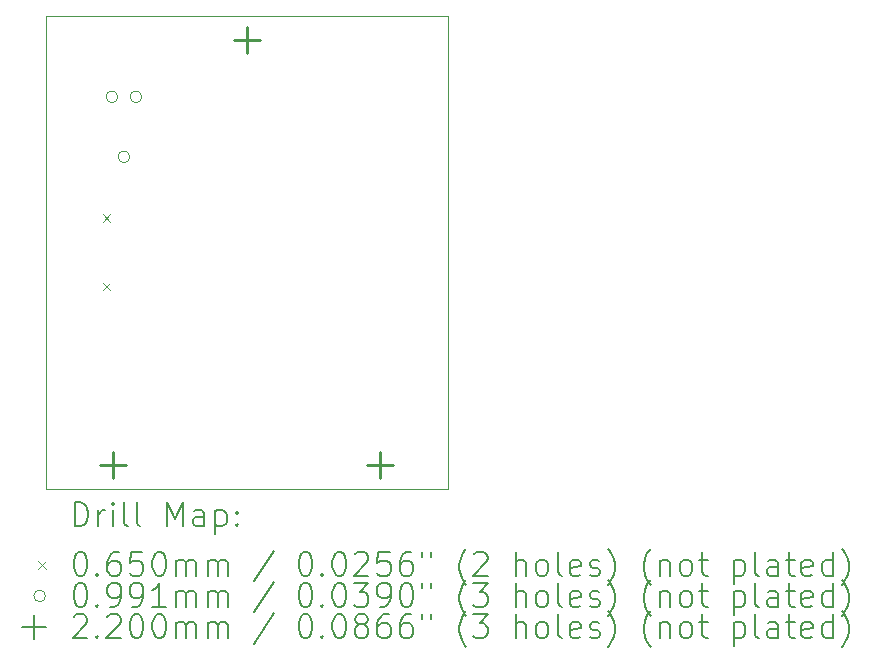
<source format=gbr>
%TF.GenerationSoftware,KiCad,Pcbnew,7.0.2-0*%
%TF.CreationDate,2023-07-17T22:16:40-04:00*%
%TF.ProjectId,ESPWatchS3,45535057-6174-4636-9853-332e6b696361,rev?*%
%TF.SameCoordinates,Original*%
%TF.FileFunction,Drillmap*%
%TF.FilePolarity,Positive*%
%FSLAX45Y45*%
G04 Gerber Fmt 4.5, Leading zero omitted, Abs format (unit mm)*
G04 Created by KiCad (PCBNEW 7.0.2-0) date 2023-07-17 22:16:40*
%MOMM*%
%LPD*%
G01*
G04 APERTURE LIST*
%ADD10C,0.100000*%
%ADD11C,0.200000*%
%ADD12C,0.065000*%
%ADD13C,0.099060*%
%ADD14C,0.220000*%
G04 APERTURE END LIST*
D10*
X2700000Y-1750000D02*
X6100000Y-1750000D01*
X6100000Y-5750000D01*
X2700000Y-5750000D01*
X2700000Y-1750000D01*
D11*
D12*
X3178000Y-3428500D02*
X3243000Y-3493500D01*
X3243000Y-3428500D02*
X3178000Y-3493500D01*
X3178000Y-4006500D02*
X3243000Y-4071500D01*
X3243000Y-4006500D02*
X3178000Y-4071500D01*
D13*
X3306430Y-2433000D02*
G75*
G03*
X3306430Y-2433000I-49530J0D01*
G01*
X3408030Y-2941000D02*
G75*
G03*
X3408030Y-2941000I-49530J0D01*
G01*
X3509630Y-2433000D02*
G75*
G03*
X3509630Y-2433000I-49530J0D01*
G01*
D14*
X3270000Y-5440000D02*
X3270000Y-5660000D01*
X3160000Y-5550000D02*
X3380000Y-5550000D01*
X4400000Y-1840000D02*
X4400000Y-2060000D01*
X4290000Y-1950000D02*
X4510000Y-1950000D01*
X5530000Y-5440000D02*
X5530000Y-5660000D01*
X5420000Y-5550000D02*
X5640000Y-5550000D01*
D11*
X2942619Y-6067524D02*
X2942619Y-5867524D01*
X2942619Y-5867524D02*
X2990238Y-5867524D01*
X2990238Y-5867524D02*
X3018809Y-5877048D01*
X3018809Y-5877048D02*
X3037857Y-5896095D01*
X3037857Y-5896095D02*
X3047381Y-5915143D01*
X3047381Y-5915143D02*
X3056905Y-5953238D01*
X3056905Y-5953238D02*
X3056905Y-5981809D01*
X3056905Y-5981809D02*
X3047381Y-6019905D01*
X3047381Y-6019905D02*
X3037857Y-6038952D01*
X3037857Y-6038952D02*
X3018809Y-6058000D01*
X3018809Y-6058000D02*
X2990238Y-6067524D01*
X2990238Y-6067524D02*
X2942619Y-6067524D01*
X3142619Y-6067524D02*
X3142619Y-5934190D01*
X3142619Y-5972286D02*
X3152143Y-5953238D01*
X3152143Y-5953238D02*
X3161667Y-5943714D01*
X3161667Y-5943714D02*
X3180714Y-5934190D01*
X3180714Y-5934190D02*
X3199762Y-5934190D01*
X3266428Y-6067524D02*
X3266428Y-5934190D01*
X3266428Y-5867524D02*
X3256905Y-5877048D01*
X3256905Y-5877048D02*
X3266428Y-5886571D01*
X3266428Y-5886571D02*
X3275952Y-5877048D01*
X3275952Y-5877048D02*
X3266428Y-5867524D01*
X3266428Y-5867524D02*
X3266428Y-5886571D01*
X3390238Y-6067524D02*
X3371190Y-6058000D01*
X3371190Y-6058000D02*
X3361667Y-6038952D01*
X3361667Y-6038952D02*
X3361667Y-5867524D01*
X3495000Y-6067524D02*
X3475952Y-6058000D01*
X3475952Y-6058000D02*
X3466428Y-6038952D01*
X3466428Y-6038952D02*
X3466428Y-5867524D01*
X3723571Y-6067524D02*
X3723571Y-5867524D01*
X3723571Y-5867524D02*
X3790238Y-6010381D01*
X3790238Y-6010381D02*
X3856905Y-5867524D01*
X3856905Y-5867524D02*
X3856905Y-6067524D01*
X4037857Y-6067524D02*
X4037857Y-5962762D01*
X4037857Y-5962762D02*
X4028333Y-5943714D01*
X4028333Y-5943714D02*
X4009286Y-5934190D01*
X4009286Y-5934190D02*
X3971190Y-5934190D01*
X3971190Y-5934190D02*
X3952143Y-5943714D01*
X4037857Y-6058000D02*
X4018809Y-6067524D01*
X4018809Y-6067524D02*
X3971190Y-6067524D01*
X3971190Y-6067524D02*
X3952143Y-6058000D01*
X3952143Y-6058000D02*
X3942619Y-6038952D01*
X3942619Y-6038952D02*
X3942619Y-6019905D01*
X3942619Y-6019905D02*
X3952143Y-6000857D01*
X3952143Y-6000857D02*
X3971190Y-5991333D01*
X3971190Y-5991333D02*
X4018809Y-5991333D01*
X4018809Y-5991333D02*
X4037857Y-5981809D01*
X4133095Y-5934190D02*
X4133095Y-6134190D01*
X4133095Y-5943714D02*
X4152143Y-5934190D01*
X4152143Y-5934190D02*
X4190238Y-5934190D01*
X4190238Y-5934190D02*
X4209286Y-5943714D01*
X4209286Y-5943714D02*
X4218810Y-5953238D01*
X4218810Y-5953238D02*
X4228333Y-5972286D01*
X4228333Y-5972286D02*
X4228333Y-6029428D01*
X4228333Y-6029428D02*
X4218810Y-6048476D01*
X4218810Y-6048476D02*
X4209286Y-6058000D01*
X4209286Y-6058000D02*
X4190238Y-6067524D01*
X4190238Y-6067524D02*
X4152143Y-6067524D01*
X4152143Y-6067524D02*
X4133095Y-6058000D01*
X4314048Y-6048476D02*
X4323571Y-6058000D01*
X4323571Y-6058000D02*
X4314048Y-6067524D01*
X4314048Y-6067524D02*
X4304524Y-6058000D01*
X4304524Y-6058000D02*
X4314048Y-6048476D01*
X4314048Y-6048476D02*
X4314048Y-6067524D01*
X4314048Y-5943714D02*
X4323571Y-5953238D01*
X4323571Y-5953238D02*
X4314048Y-5962762D01*
X4314048Y-5962762D02*
X4304524Y-5953238D01*
X4304524Y-5953238D02*
X4314048Y-5943714D01*
X4314048Y-5943714D02*
X4314048Y-5962762D01*
D12*
X2630000Y-6362500D02*
X2695000Y-6427500D01*
X2695000Y-6362500D02*
X2630000Y-6427500D01*
D11*
X2980714Y-6287524D02*
X2999762Y-6287524D01*
X2999762Y-6287524D02*
X3018809Y-6297048D01*
X3018809Y-6297048D02*
X3028333Y-6306571D01*
X3028333Y-6306571D02*
X3037857Y-6325619D01*
X3037857Y-6325619D02*
X3047381Y-6363714D01*
X3047381Y-6363714D02*
X3047381Y-6411333D01*
X3047381Y-6411333D02*
X3037857Y-6449428D01*
X3037857Y-6449428D02*
X3028333Y-6468476D01*
X3028333Y-6468476D02*
X3018809Y-6478000D01*
X3018809Y-6478000D02*
X2999762Y-6487524D01*
X2999762Y-6487524D02*
X2980714Y-6487524D01*
X2980714Y-6487524D02*
X2961667Y-6478000D01*
X2961667Y-6478000D02*
X2952143Y-6468476D01*
X2952143Y-6468476D02*
X2942619Y-6449428D01*
X2942619Y-6449428D02*
X2933095Y-6411333D01*
X2933095Y-6411333D02*
X2933095Y-6363714D01*
X2933095Y-6363714D02*
X2942619Y-6325619D01*
X2942619Y-6325619D02*
X2952143Y-6306571D01*
X2952143Y-6306571D02*
X2961667Y-6297048D01*
X2961667Y-6297048D02*
X2980714Y-6287524D01*
X3133095Y-6468476D02*
X3142619Y-6478000D01*
X3142619Y-6478000D02*
X3133095Y-6487524D01*
X3133095Y-6487524D02*
X3123571Y-6478000D01*
X3123571Y-6478000D02*
X3133095Y-6468476D01*
X3133095Y-6468476D02*
X3133095Y-6487524D01*
X3314048Y-6287524D02*
X3275952Y-6287524D01*
X3275952Y-6287524D02*
X3256905Y-6297048D01*
X3256905Y-6297048D02*
X3247381Y-6306571D01*
X3247381Y-6306571D02*
X3228333Y-6335143D01*
X3228333Y-6335143D02*
X3218809Y-6373238D01*
X3218809Y-6373238D02*
X3218809Y-6449428D01*
X3218809Y-6449428D02*
X3228333Y-6468476D01*
X3228333Y-6468476D02*
X3237857Y-6478000D01*
X3237857Y-6478000D02*
X3256905Y-6487524D01*
X3256905Y-6487524D02*
X3295000Y-6487524D01*
X3295000Y-6487524D02*
X3314048Y-6478000D01*
X3314048Y-6478000D02*
X3323571Y-6468476D01*
X3323571Y-6468476D02*
X3333095Y-6449428D01*
X3333095Y-6449428D02*
X3333095Y-6401809D01*
X3333095Y-6401809D02*
X3323571Y-6382762D01*
X3323571Y-6382762D02*
X3314048Y-6373238D01*
X3314048Y-6373238D02*
X3295000Y-6363714D01*
X3295000Y-6363714D02*
X3256905Y-6363714D01*
X3256905Y-6363714D02*
X3237857Y-6373238D01*
X3237857Y-6373238D02*
X3228333Y-6382762D01*
X3228333Y-6382762D02*
X3218809Y-6401809D01*
X3514048Y-6287524D02*
X3418809Y-6287524D01*
X3418809Y-6287524D02*
X3409286Y-6382762D01*
X3409286Y-6382762D02*
X3418809Y-6373238D01*
X3418809Y-6373238D02*
X3437857Y-6363714D01*
X3437857Y-6363714D02*
X3485476Y-6363714D01*
X3485476Y-6363714D02*
X3504524Y-6373238D01*
X3504524Y-6373238D02*
X3514048Y-6382762D01*
X3514048Y-6382762D02*
X3523571Y-6401809D01*
X3523571Y-6401809D02*
X3523571Y-6449428D01*
X3523571Y-6449428D02*
X3514048Y-6468476D01*
X3514048Y-6468476D02*
X3504524Y-6478000D01*
X3504524Y-6478000D02*
X3485476Y-6487524D01*
X3485476Y-6487524D02*
X3437857Y-6487524D01*
X3437857Y-6487524D02*
X3418809Y-6478000D01*
X3418809Y-6478000D02*
X3409286Y-6468476D01*
X3647381Y-6287524D02*
X3666429Y-6287524D01*
X3666429Y-6287524D02*
X3685476Y-6297048D01*
X3685476Y-6297048D02*
X3695000Y-6306571D01*
X3695000Y-6306571D02*
X3704524Y-6325619D01*
X3704524Y-6325619D02*
X3714048Y-6363714D01*
X3714048Y-6363714D02*
X3714048Y-6411333D01*
X3714048Y-6411333D02*
X3704524Y-6449428D01*
X3704524Y-6449428D02*
X3695000Y-6468476D01*
X3695000Y-6468476D02*
X3685476Y-6478000D01*
X3685476Y-6478000D02*
X3666429Y-6487524D01*
X3666429Y-6487524D02*
X3647381Y-6487524D01*
X3647381Y-6487524D02*
X3628333Y-6478000D01*
X3628333Y-6478000D02*
X3618809Y-6468476D01*
X3618809Y-6468476D02*
X3609286Y-6449428D01*
X3609286Y-6449428D02*
X3599762Y-6411333D01*
X3599762Y-6411333D02*
X3599762Y-6363714D01*
X3599762Y-6363714D02*
X3609286Y-6325619D01*
X3609286Y-6325619D02*
X3618809Y-6306571D01*
X3618809Y-6306571D02*
X3628333Y-6297048D01*
X3628333Y-6297048D02*
X3647381Y-6287524D01*
X3799762Y-6487524D02*
X3799762Y-6354190D01*
X3799762Y-6373238D02*
X3809286Y-6363714D01*
X3809286Y-6363714D02*
X3828333Y-6354190D01*
X3828333Y-6354190D02*
X3856905Y-6354190D01*
X3856905Y-6354190D02*
X3875952Y-6363714D01*
X3875952Y-6363714D02*
X3885476Y-6382762D01*
X3885476Y-6382762D02*
X3885476Y-6487524D01*
X3885476Y-6382762D02*
X3895000Y-6363714D01*
X3895000Y-6363714D02*
X3914048Y-6354190D01*
X3914048Y-6354190D02*
X3942619Y-6354190D01*
X3942619Y-6354190D02*
X3961667Y-6363714D01*
X3961667Y-6363714D02*
X3971190Y-6382762D01*
X3971190Y-6382762D02*
X3971190Y-6487524D01*
X4066429Y-6487524D02*
X4066429Y-6354190D01*
X4066429Y-6373238D02*
X4075952Y-6363714D01*
X4075952Y-6363714D02*
X4095000Y-6354190D01*
X4095000Y-6354190D02*
X4123571Y-6354190D01*
X4123571Y-6354190D02*
X4142619Y-6363714D01*
X4142619Y-6363714D02*
X4152143Y-6382762D01*
X4152143Y-6382762D02*
X4152143Y-6487524D01*
X4152143Y-6382762D02*
X4161667Y-6363714D01*
X4161667Y-6363714D02*
X4180714Y-6354190D01*
X4180714Y-6354190D02*
X4209286Y-6354190D01*
X4209286Y-6354190D02*
X4228333Y-6363714D01*
X4228333Y-6363714D02*
X4237857Y-6382762D01*
X4237857Y-6382762D02*
X4237857Y-6487524D01*
X4628333Y-6278000D02*
X4456905Y-6535143D01*
X4885476Y-6287524D02*
X4904524Y-6287524D01*
X4904524Y-6287524D02*
X4923572Y-6297048D01*
X4923572Y-6297048D02*
X4933095Y-6306571D01*
X4933095Y-6306571D02*
X4942619Y-6325619D01*
X4942619Y-6325619D02*
X4952143Y-6363714D01*
X4952143Y-6363714D02*
X4952143Y-6411333D01*
X4952143Y-6411333D02*
X4942619Y-6449428D01*
X4942619Y-6449428D02*
X4933095Y-6468476D01*
X4933095Y-6468476D02*
X4923572Y-6478000D01*
X4923572Y-6478000D02*
X4904524Y-6487524D01*
X4904524Y-6487524D02*
X4885476Y-6487524D01*
X4885476Y-6487524D02*
X4866429Y-6478000D01*
X4866429Y-6478000D02*
X4856905Y-6468476D01*
X4856905Y-6468476D02*
X4847381Y-6449428D01*
X4847381Y-6449428D02*
X4837857Y-6411333D01*
X4837857Y-6411333D02*
X4837857Y-6363714D01*
X4837857Y-6363714D02*
X4847381Y-6325619D01*
X4847381Y-6325619D02*
X4856905Y-6306571D01*
X4856905Y-6306571D02*
X4866429Y-6297048D01*
X4866429Y-6297048D02*
X4885476Y-6287524D01*
X5037857Y-6468476D02*
X5047381Y-6478000D01*
X5047381Y-6478000D02*
X5037857Y-6487524D01*
X5037857Y-6487524D02*
X5028334Y-6478000D01*
X5028334Y-6478000D02*
X5037857Y-6468476D01*
X5037857Y-6468476D02*
X5037857Y-6487524D01*
X5171191Y-6287524D02*
X5190238Y-6287524D01*
X5190238Y-6287524D02*
X5209286Y-6297048D01*
X5209286Y-6297048D02*
X5218810Y-6306571D01*
X5218810Y-6306571D02*
X5228334Y-6325619D01*
X5228334Y-6325619D02*
X5237857Y-6363714D01*
X5237857Y-6363714D02*
X5237857Y-6411333D01*
X5237857Y-6411333D02*
X5228334Y-6449428D01*
X5228334Y-6449428D02*
X5218810Y-6468476D01*
X5218810Y-6468476D02*
X5209286Y-6478000D01*
X5209286Y-6478000D02*
X5190238Y-6487524D01*
X5190238Y-6487524D02*
X5171191Y-6487524D01*
X5171191Y-6487524D02*
X5152143Y-6478000D01*
X5152143Y-6478000D02*
X5142619Y-6468476D01*
X5142619Y-6468476D02*
X5133095Y-6449428D01*
X5133095Y-6449428D02*
X5123572Y-6411333D01*
X5123572Y-6411333D02*
X5123572Y-6363714D01*
X5123572Y-6363714D02*
X5133095Y-6325619D01*
X5133095Y-6325619D02*
X5142619Y-6306571D01*
X5142619Y-6306571D02*
X5152143Y-6297048D01*
X5152143Y-6297048D02*
X5171191Y-6287524D01*
X5314048Y-6306571D02*
X5323572Y-6297048D01*
X5323572Y-6297048D02*
X5342619Y-6287524D01*
X5342619Y-6287524D02*
X5390238Y-6287524D01*
X5390238Y-6287524D02*
X5409286Y-6297048D01*
X5409286Y-6297048D02*
X5418810Y-6306571D01*
X5418810Y-6306571D02*
X5428334Y-6325619D01*
X5428334Y-6325619D02*
X5428334Y-6344667D01*
X5428334Y-6344667D02*
X5418810Y-6373238D01*
X5418810Y-6373238D02*
X5304524Y-6487524D01*
X5304524Y-6487524D02*
X5428334Y-6487524D01*
X5609286Y-6287524D02*
X5514048Y-6287524D01*
X5514048Y-6287524D02*
X5504524Y-6382762D01*
X5504524Y-6382762D02*
X5514048Y-6373238D01*
X5514048Y-6373238D02*
X5533095Y-6363714D01*
X5533095Y-6363714D02*
X5580715Y-6363714D01*
X5580715Y-6363714D02*
X5599762Y-6373238D01*
X5599762Y-6373238D02*
X5609286Y-6382762D01*
X5609286Y-6382762D02*
X5618810Y-6401809D01*
X5618810Y-6401809D02*
X5618810Y-6449428D01*
X5618810Y-6449428D02*
X5609286Y-6468476D01*
X5609286Y-6468476D02*
X5599762Y-6478000D01*
X5599762Y-6478000D02*
X5580715Y-6487524D01*
X5580715Y-6487524D02*
X5533095Y-6487524D01*
X5533095Y-6487524D02*
X5514048Y-6478000D01*
X5514048Y-6478000D02*
X5504524Y-6468476D01*
X5790238Y-6287524D02*
X5752143Y-6287524D01*
X5752143Y-6287524D02*
X5733095Y-6297048D01*
X5733095Y-6297048D02*
X5723572Y-6306571D01*
X5723572Y-6306571D02*
X5704524Y-6335143D01*
X5704524Y-6335143D02*
X5695000Y-6373238D01*
X5695000Y-6373238D02*
X5695000Y-6449428D01*
X5695000Y-6449428D02*
X5704524Y-6468476D01*
X5704524Y-6468476D02*
X5714048Y-6478000D01*
X5714048Y-6478000D02*
X5733095Y-6487524D01*
X5733095Y-6487524D02*
X5771191Y-6487524D01*
X5771191Y-6487524D02*
X5790238Y-6478000D01*
X5790238Y-6478000D02*
X5799762Y-6468476D01*
X5799762Y-6468476D02*
X5809286Y-6449428D01*
X5809286Y-6449428D02*
X5809286Y-6401809D01*
X5809286Y-6401809D02*
X5799762Y-6382762D01*
X5799762Y-6382762D02*
X5790238Y-6373238D01*
X5790238Y-6373238D02*
X5771191Y-6363714D01*
X5771191Y-6363714D02*
X5733095Y-6363714D01*
X5733095Y-6363714D02*
X5714048Y-6373238D01*
X5714048Y-6373238D02*
X5704524Y-6382762D01*
X5704524Y-6382762D02*
X5695000Y-6401809D01*
X5885476Y-6287524D02*
X5885476Y-6325619D01*
X5961667Y-6287524D02*
X5961667Y-6325619D01*
X6256905Y-6563714D02*
X6247381Y-6554190D01*
X6247381Y-6554190D02*
X6228334Y-6525619D01*
X6228334Y-6525619D02*
X6218810Y-6506571D01*
X6218810Y-6506571D02*
X6209286Y-6478000D01*
X6209286Y-6478000D02*
X6199762Y-6430381D01*
X6199762Y-6430381D02*
X6199762Y-6392286D01*
X6199762Y-6392286D02*
X6209286Y-6344667D01*
X6209286Y-6344667D02*
X6218810Y-6316095D01*
X6218810Y-6316095D02*
X6228334Y-6297048D01*
X6228334Y-6297048D02*
X6247381Y-6268476D01*
X6247381Y-6268476D02*
X6256905Y-6258952D01*
X6323572Y-6306571D02*
X6333095Y-6297048D01*
X6333095Y-6297048D02*
X6352143Y-6287524D01*
X6352143Y-6287524D02*
X6399762Y-6287524D01*
X6399762Y-6287524D02*
X6418810Y-6297048D01*
X6418810Y-6297048D02*
X6428334Y-6306571D01*
X6428334Y-6306571D02*
X6437857Y-6325619D01*
X6437857Y-6325619D02*
X6437857Y-6344667D01*
X6437857Y-6344667D02*
X6428334Y-6373238D01*
X6428334Y-6373238D02*
X6314048Y-6487524D01*
X6314048Y-6487524D02*
X6437857Y-6487524D01*
X6675953Y-6487524D02*
X6675953Y-6287524D01*
X6761667Y-6487524D02*
X6761667Y-6382762D01*
X6761667Y-6382762D02*
X6752143Y-6363714D01*
X6752143Y-6363714D02*
X6733096Y-6354190D01*
X6733096Y-6354190D02*
X6704524Y-6354190D01*
X6704524Y-6354190D02*
X6685476Y-6363714D01*
X6685476Y-6363714D02*
X6675953Y-6373238D01*
X6885476Y-6487524D02*
X6866429Y-6478000D01*
X6866429Y-6478000D02*
X6856905Y-6468476D01*
X6856905Y-6468476D02*
X6847381Y-6449428D01*
X6847381Y-6449428D02*
X6847381Y-6392286D01*
X6847381Y-6392286D02*
X6856905Y-6373238D01*
X6856905Y-6373238D02*
X6866429Y-6363714D01*
X6866429Y-6363714D02*
X6885476Y-6354190D01*
X6885476Y-6354190D02*
X6914048Y-6354190D01*
X6914048Y-6354190D02*
X6933096Y-6363714D01*
X6933096Y-6363714D02*
X6942619Y-6373238D01*
X6942619Y-6373238D02*
X6952143Y-6392286D01*
X6952143Y-6392286D02*
X6952143Y-6449428D01*
X6952143Y-6449428D02*
X6942619Y-6468476D01*
X6942619Y-6468476D02*
X6933096Y-6478000D01*
X6933096Y-6478000D02*
X6914048Y-6487524D01*
X6914048Y-6487524D02*
X6885476Y-6487524D01*
X7066429Y-6487524D02*
X7047381Y-6478000D01*
X7047381Y-6478000D02*
X7037857Y-6458952D01*
X7037857Y-6458952D02*
X7037857Y-6287524D01*
X7218810Y-6478000D02*
X7199762Y-6487524D01*
X7199762Y-6487524D02*
X7161667Y-6487524D01*
X7161667Y-6487524D02*
X7142619Y-6478000D01*
X7142619Y-6478000D02*
X7133096Y-6458952D01*
X7133096Y-6458952D02*
X7133096Y-6382762D01*
X7133096Y-6382762D02*
X7142619Y-6363714D01*
X7142619Y-6363714D02*
X7161667Y-6354190D01*
X7161667Y-6354190D02*
X7199762Y-6354190D01*
X7199762Y-6354190D02*
X7218810Y-6363714D01*
X7218810Y-6363714D02*
X7228334Y-6382762D01*
X7228334Y-6382762D02*
X7228334Y-6401809D01*
X7228334Y-6401809D02*
X7133096Y-6420857D01*
X7304524Y-6478000D02*
X7323572Y-6487524D01*
X7323572Y-6487524D02*
X7361667Y-6487524D01*
X7361667Y-6487524D02*
X7380715Y-6478000D01*
X7380715Y-6478000D02*
X7390238Y-6458952D01*
X7390238Y-6458952D02*
X7390238Y-6449428D01*
X7390238Y-6449428D02*
X7380715Y-6430381D01*
X7380715Y-6430381D02*
X7361667Y-6420857D01*
X7361667Y-6420857D02*
X7333096Y-6420857D01*
X7333096Y-6420857D02*
X7314048Y-6411333D01*
X7314048Y-6411333D02*
X7304524Y-6392286D01*
X7304524Y-6392286D02*
X7304524Y-6382762D01*
X7304524Y-6382762D02*
X7314048Y-6363714D01*
X7314048Y-6363714D02*
X7333096Y-6354190D01*
X7333096Y-6354190D02*
X7361667Y-6354190D01*
X7361667Y-6354190D02*
X7380715Y-6363714D01*
X7456905Y-6563714D02*
X7466429Y-6554190D01*
X7466429Y-6554190D02*
X7485477Y-6525619D01*
X7485477Y-6525619D02*
X7495000Y-6506571D01*
X7495000Y-6506571D02*
X7504524Y-6478000D01*
X7504524Y-6478000D02*
X7514048Y-6430381D01*
X7514048Y-6430381D02*
X7514048Y-6392286D01*
X7514048Y-6392286D02*
X7504524Y-6344667D01*
X7504524Y-6344667D02*
X7495000Y-6316095D01*
X7495000Y-6316095D02*
X7485477Y-6297048D01*
X7485477Y-6297048D02*
X7466429Y-6268476D01*
X7466429Y-6268476D02*
X7456905Y-6258952D01*
X7818810Y-6563714D02*
X7809286Y-6554190D01*
X7809286Y-6554190D02*
X7790238Y-6525619D01*
X7790238Y-6525619D02*
X7780715Y-6506571D01*
X7780715Y-6506571D02*
X7771191Y-6478000D01*
X7771191Y-6478000D02*
X7761667Y-6430381D01*
X7761667Y-6430381D02*
X7761667Y-6392286D01*
X7761667Y-6392286D02*
X7771191Y-6344667D01*
X7771191Y-6344667D02*
X7780715Y-6316095D01*
X7780715Y-6316095D02*
X7790238Y-6297048D01*
X7790238Y-6297048D02*
X7809286Y-6268476D01*
X7809286Y-6268476D02*
X7818810Y-6258952D01*
X7895000Y-6354190D02*
X7895000Y-6487524D01*
X7895000Y-6373238D02*
X7904524Y-6363714D01*
X7904524Y-6363714D02*
X7923572Y-6354190D01*
X7923572Y-6354190D02*
X7952143Y-6354190D01*
X7952143Y-6354190D02*
X7971191Y-6363714D01*
X7971191Y-6363714D02*
X7980715Y-6382762D01*
X7980715Y-6382762D02*
X7980715Y-6487524D01*
X8104524Y-6487524D02*
X8085477Y-6478000D01*
X8085477Y-6478000D02*
X8075953Y-6468476D01*
X8075953Y-6468476D02*
X8066429Y-6449428D01*
X8066429Y-6449428D02*
X8066429Y-6392286D01*
X8066429Y-6392286D02*
X8075953Y-6373238D01*
X8075953Y-6373238D02*
X8085477Y-6363714D01*
X8085477Y-6363714D02*
X8104524Y-6354190D01*
X8104524Y-6354190D02*
X8133096Y-6354190D01*
X8133096Y-6354190D02*
X8152143Y-6363714D01*
X8152143Y-6363714D02*
X8161667Y-6373238D01*
X8161667Y-6373238D02*
X8171191Y-6392286D01*
X8171191Y-6392286D02*
X8171191Y-6449428D01*
X8171191Y-6449428D02*
X8161667Y-6468476D01*
X8161667Y-6468476D02*
X8152143Y-6478000D01*
X8152143Y-6478000D02*
X8133096Y-6487524D01*
X8133096Y-6487524D02*
X8104524Y-6487524D01*
X8228334Y-6354190D02*
X8304524Y-6354190D01*
X8256905Y-6287524D02*
X8256905Y-6458952D01*
X8256905Y-6458952D02*
X8266429Y-6478000D01*
X8266429Y-6478000D02*
X8285477Y-6487524D01*
X8285477Y-6487524D02*
X8304524Y-6487524D01*
X8523572Y-6354190D02*
X8523572Y-6554190D01*
X8523572Y-6363714D02*
X8542620Y-6354190D01*
X8542620Y-6354190D02*
X8580715Y-6354190D01*
X8580715Y-6354190D02*
X8599762Y-6363714D01*
X8599762Y-6363714D02*
X8609286Y-6373238D01*
X8609286Y-6373238D02*
X8618810Y-6392286D01*
X8618810Y-6392286D02*
X8618810Y-6449428D01*
X8618810Y-6449428D02*
X8609286Y-6468476D01*
X8609286Y-6468476D02*
X8599762Y-6478000D01*
X8599762Y-6478000D02*
X8580715Y-6487524D01*
X8580715Y-6487524D02*
X8542620Y-6487524D01*
X8542620Y-6487524D02*
X8523572Y-6478000D01*
X8733096Y-6487524D02*
X8714048Y-6478000D01*
X8714048Y-6478000D02*
X8704524Y-6458952D01*
X8704524Y-6458952D02*
X8704524Y-6287524D01*
X8895001Y-6487524D02*
X8895001Y-6382762D01*
X8895001Y-6382762D02*
X8885477Y-6363714D01*
X8885477Y-6363714D02*
X8866429Y-6354190D01*
X8866429Y-6354190D02*
X8828334Y-6354190D01*
X8828334Y-6354190D02*
X8809286Y-6363714D01*
X8895001Y-6478000D02*
X8875953Y-6487524D01*
X8875953Y-6487524D02*
X8828334Y-6487524D01*
X8828334Y-6487524D02*
X8809286Y-6478000D01*
X8809286Y-6478000D02*
X8799762Y-6458952D01*
X8799762Y-6458952D02*
X8799762Y-6439905D01*
X8799762Y-6439905D02*
X8809286Y-6420857D01*
X8809286Y-6420857D02*
X8828334Y-6411333D01*
X8828334Y-6411333D02*
X8875953Y-6411333D01*
X8875953Y-6411333D02*
X8895001Y-6401809D01*
X8961667Y-6354190D02*
X9037858Y-6354190D01*
X8990239Y-6287524D02*
X8990239Y-6458952D01*
X8990239Y-6458952D02*
X8999762Y-6478000D01*
X8999762Y-6478000D02*
X9018810Y-6487524D01*
X9018810Y-6487524D02*
X9037858Y-6487524D01*
X9180715Y-6478000D02*
X9161667Y-6487524D01*
X9161667Y-6487524D02*
X9123572Y-6487524D01*
X9123572Y-6487524D02*
X9104524Y-6478000D01*
X9104524Y-6478000D02*
X9095001Y-6458952D01*
X9095001Y-6458952D02*
X9095001Y-6382762D01*
X9095001Y-6382762D02*
X9104524Y-6363714D01*
X9104524Y-6363714D02*
X9123572Y-6354190D01*
X9123572Y-6354190D02*
X9161667Y-6354190D01*
X9161667Y-6354190D02*
X9180715Y-6363714D01*
X9180715Y-6363714D02*
X9190239Y-6382762D01*
X9190239Y-6382762D02*
X9190239Y-6401809D01*
X9190239Y-6401809D02*
X9095001Y-6420857D01*
X9361667Y-6487524D02*
X9361667Y-6287524D01*
X9361667Y-6478000D02*
X9342620Y-6487524D01*
X9342620Y-6487524D02*
X9304524Y-6487524D01*
X9304524Y-6487524D02*
X9285477Y-6478000D01*
X9285477Y-6478000D02*
X9275953Y-6468476D01*
X9275953Y-6468476D02*
X9266429Y-6449428D01*
X9266429Y-6449428D02*
X9266429Y-6392286D01*
X9266429Y-6392286D02*
X9275953Y-6373238D01*
X9275953Y-6373238D02*
X9285477Y-6363714D01*
X9285477Y-6363714D02*
X9304524Y-6354190D01*
X9304524Y-6354190D02*
X9342620Y-6354190D01*
X9342620Y-6354190D02*
X9361667Y-6363714D01*
X9437858Y-6563714D02*
X9447382Y-6554190D01*
X9447382Y-6554190D02*
X9466429Y-6525619D01*
X9466429Y-6525619D02*
X9475953Y-6506571D01*
X9475953Y-6506571D02*
X9485477Y-6478000D01*
X9485477Y-6478000D02*
X9495001Y-6430381D01*
X9495001Y-6430381D02*
X9495001Y-6392286D01*
X9495001Y-6392286D02*
X9485477Y-6344667D01*
X9485477Y-6344667D02*
X9475953Y-6316095D01*
X9475953Y-6316095D02*
X9466429Y-6297048D01*
X9466429Y-6297048D02*
X9447382Y-6268476D01*
X9447382Y-6268476D02*
X9437858Y-6258952D01*
D13*
X2695000Y-6659000D02*
G75*
G03*
X2695000Y-6659000I-49530J0D01*
G01*
D11*
X2980714Y-6551524D02*
X2999762Y-6551524D01*
X2999762Y-6551524D02*
X3018809Y-6561048D01*
X3018809Y-6561048D02*
X3028333Y-6570571D01*
X3028333Y-6570571D02*
X3037857Y-6589619D01*
X3037857Y-6589619D02*
X3047381Y-6627714D01*
X3047381Y-6627714D02*
X3047381Y-6675333D01*
X3047381Y-6675333D02*
X3037857Y-6713428D01*
X3037857Y-6713428D02*
X3028333Y-6732476D01*
X3028333Y-6732476D02*
X3018809Y-6742000D01*
X3018809Y-6742000D02*
X2999762Y-6751524D01*
X2999762Y-6751524D02*
X2980714Y-6751524D01*
X2980714Y-6751524D02*
X2961667Y-6742000D01*
X2961667Y-6742000D02*
X2952143Y-6732476D01*
X2952143Y-6732476D02*
X2942619Y-6713428D01*
X2942619Y-6713428D02*
X2933095Y-6675333D01*
X2933095Y-6675333D02*
X2933095Y-6627714D01*
X2933095Y-6627714D02*
X2942619Y-6589619D01*
X2942619Y-6589619D02*
X2952143Y-6570571D01*
X2952143Y-6570571D02*
X2961667Y-6561048D01*
X2961667Y-6561048D02*
X2980714Y-6551524D01*
X3133095Y-6732476D02*
X3142619Y-6742000D01*
X3142619Y-6742000D02*
X3133095Y-6751524D01*
X3133095Y-6751524D02*
X3123571Y-6742000D01*
X3123571Y-6742000D02*
X3133095Y-6732476D01*
X3133095Y-6732476D02*
X3133095Y-6751524D01*
X3237857Y-6751524D02*
X3275952Y-6751524D01*
X3275952Y-6751524D02*
X3295000Y-6742000D01*
X3295000Y-6742000D02*
X3304524Y-6732476D01*
X3304524Y-6732476D02*
X3323571Y-6703905D01*
X3323571Y-6703905D02*
X3333095Y-6665809D01*
X3333095Y-6665809D02*
X3333095Y-6589619D01*
X3333095Y-6589619D02*
X3323571Y-6570571D01*
X3323571Y-6570571D02*
X3314048Y-6561048D01*
X3314048Y-6561048D02*
X3295000Y-6551524D01*
X3295000Y-6551524D02*
X3256905Y-6551524D01*
X3256905Y-6551524D02*
X3237857Y-6561048D01*
X3237857Y-6561048D02*
X3228333Y-6570571D01*
X3228333Y-6570571D02*
X3218809Y-6589619D01*
X3218809Y-6589619D02*
X3218809Y-6637238D01*
X3218809Y-6637238D02*
X3228333Y-6656286D01*
X3228333Y-6656286D02*
X3237857Y-6665809D01*
X3237857Y-6665809D02*
X3256905Y-6675333D01*
X3256905Y-6675333D02*
X3295000Y-6675333D01*
X3295000Y-6675333D02*
X3314048Y-6665809D01*
X3314048Y-6665809D02*
X3323571Y-6656286D01*
X3323571Y-6656286D02*
X3333095Y-6637238D01*
X3428333Y-6751524D02*
X3466428Y-6751524D01*
X3466428Y-6751524D02*
X3485476Y-6742000D01*
X3485476Y-6742000D02*
X3495000Y-6732476D01*
X3495000Y-6732476D02*
X3514048Y-6703905D01*
X3514048Y-6703905D02*
X3523571Y-6665809D01*
X3523571Y-6665809D02*
X3523571Y-6589619D01*
X3523571Y-6589619D02*
X3514048Y-6570571D01*
X3514048Y-6570571D02*
X3504524Y-6561048D01*
X3504524Y-6561048D02*
X3485476Y-6551524D01*
X3485476Y-6551524D02*
X3447381Y-6551524D01*
X3447381Y-6551524D02*
X3428333Y-6561048D01*
X3428333Y-6561048D02*
X3418809Y-6570571D01*
X3418809Y-6570571D02*
X3409286Y-6589619D01*
X3409286Y-6589619D02*
X3409286Y-6637238D01*
X3409286Y-6637238D02*
X3418809Y-6656286D01*
X3418809Y-6656286D02*
X3428333Y-6665809D01*
X3428333Y-6665809D02*
X3447381Y-6675333D01*
X3447381Y-6675333D02*
X3485476Y-6675333D01*
X3485476Y-6675333D02*
X3504524Y-6665809D01*
X3504524Y-6665809D02*
X3514048Y-6656286D01*
X3514048Y-6656286D02*
X3523571Y-6637238D01*
X3714048Y-6751524D02*
X3599762Y-6751524D01*
X3656905Y-6751524D02*
X3656905Y-6551524D01*
X3656905Y-6551524D02*
X3637857Y-6580095D01*
X3637857Y-6580095D02*
X3618809Y-6599143D01*
X3618809Y-6599143D02*
X3599762Y-6608667D01*
X3799762Y-6751524D02*
X3799762Y-6618190D01*
X3799762Y-6637238D02*
X3809286Y-6627714D01*
X3809286Y-6627714D02*
X3828333Y-6618190D01*
X3828333Y-6618190D02*
X3856905Y-6618190D01*
X3856905Y-6618190D02*
X3875952Y-6627714D01*
X3875952Y-6627714D02*
X3885476Y-6646762D01*
X3885476Y-6646762D02*
X3885476Y-6751524D01*
X3885476Y-6646762D02*
X3895000Y-6627714D01*
X3895000Y-6627714D02*
X3914048Y-6618190D01*
X3914048Y-6618190D02*
X3942619Y-6618190D01*
X3942619Y-6618190D02*
X3961667Y-6627714D01*
X3961667Y-6627714D02*
X3971190Y-6646762D01*
X3971190Y-6646762D02*
X3971190Y-6751524D01*
X4066429Y-6751524D02*
X4066429Y-6618190D01*
X4066429Y-6637238D02*
X4075952Y-6627714D01*
X4075952Y-6627714D02*
X4095000Y-6618190D01*
X4095000Y-6618190D02*
X4123571Y-6618190D01*
X4123571Y-6618190D02*
X4142619Y-6627714D01*
X4142619Y-6627714D02*
X4152143Y-6646762D01*
X4152143Y-6646762D02*
X4152143Y-6751524D01*
X4152143Y-6646762D02*
X4161667Y-6627714D01*
X4161667Y-6627714D02*
X4180714Y-6618190D01*
X4180714Y-6618190D02*
X4209286Y-6618190D01*
X4209286Y-6618190D02*
X4228333Y-6627714D01*
X4228333Y-6627714D02*
X4237857Y-6646762D01*
X4237857Y-6646762D02*
X4237857Y-6751524D01*
X4628333Y-6542000D02*
X4456905Y-6799143D01*
X4885476Y-6551524D02*
X4904524Y-6551524D01*
X4904524Y-6551524D02*
X4923572Y-6561048D01*
X4923572Y-6561048D02*
X4933095Y-6570571D01*
X4933095Y-6570571D02*
X4942619Y-6589619D01*
X4942619Y-6589619D02*
X4952143Y-6627714D01*
X4952143Y-6627714D02*
X4952143Y-6675333D01*
X4952143Y-6675333D02*
X4942619Y-6713428D01*
X4942619Y-6713428D02*
X4933095Y-6732476D01*
X4933095Y-6732476D02*
X4923572Y-6742000D01*
X4923572Y-6742000D02*
X4904524Y-6751524D01*
X4904524Y-6751524D02*
X4885476Y-6751524D01*
X4885476Y-6751524D02*
X4866429Y-6742000D01*
X4866429Y-6742000D02*
X4856905Y-6732476D01*
X4856905Y-6732476D02*
X4847381Y-6713428D01*
X4847381Y-6713428D02*
X4837857Y-6675333D01*
X4837857Y-6675333D02*
X4837857Y-6627714D01*
X4837857Y-6627714D02*
X4847381Y-6589619D01*
X4847381Y-6589619D02*
X4856905Y-6570571D01*
X4856905Y-6570571D02*
X4866429Y-6561048D01*
X4866429Y-6561048D02*
X4885476Y-6551524D01*
X5037857Y-6732476D02*
X5047381Y-6742000D01*
X5047381Y-6742000D02*
X5037857Y-6751524D01*
X5037857Y-6751524D02*
X5028334Y-6742000D01*
X5028334Y-6742000D02*
X5037857Y-6732476D01*
X5037857Y-6732476D02*
X5037857Y-6751524D01*
X5171191Y-6551524D02*
X5190238Y-6551524D01*
X5190238Y-6551524D02*
X5209286Y-6561048D01*
X5209286Y-6561048D02*
X5218810Y-6570571D01*
X5218810Y-6570571D02*
X5228334Y-6589619D01*
X5228334Y-6589619D02*
X5237857Y-6627714D01*
X5237857Y-6627714D02*
X5237857Y-6675333D01*
X5237857Y-6675333D02*
X5228334Y-6713428D01*
X5228334Y-6713428D02*
X5218810Y-6732476D01*
X5218810Y-6732476D02*
X5209286Y-6742000D01*
X5209286Y-6742000D02*
X5190238Y-6751524D01*
X5190238Y-6751524D02*
X5171191Y-6751524D01*
X5171191Y-6751524D02*
X5152143Y-6742000D01*
X5152143Y-6742000D02*
X5142619Y-6732476D01*
X5142619Y-6732476D02*
X5133095Y-6713428D01*
X5133095Y-6713428D02*
X5123572Y-6675333D01*
X5123572Y-6675333D02*
X5123572Y-6627714D01*
X5123572Y-6627714D02*
X5133095Y-6589619D01*
X5133095Y-6589619D02*
X5142619Y-6570571D01*
X5142619Y-6570571D02*
X5152143Y-6561048D01*
X5152143Y-6561048D02*
X5171191Y-6551524D01*
X5304524Y-6551524D02*
X5428334Y-6551524D01*
X5428334Y-6551524D02*
X5361667Y-6627714D01*
X5361667Y-6627714D02*
X5390238Y-6627714D01*
X5390238Y-6627714D02*
X5409286Y-6637238D01*
X5409286Y-6637238D02*
X5418810Y-6646762D01*
X5418810Y-6646762D02*
X5428334Y-6665809D01*
X5428334Y-6665809D02*
X5428334Y-6713428D01*
X5428334Y-6713428D02*
X5418810Y-6732476D01*
X5418810Y-6732476D02*
X5409286Y-6742000D01*
X5409286Y-6742000D02*
X5390238Y-6751524D01*
X5390238Y-6751524D02*
X5333095Y-6751524D01*
X5333095Y-6751524D02*
X5314048Y-6742000D01*
X5314048Y-6742000D02*
X5304524Y-6732476D01*
X5523572Y-6751524D02*
X5561667Y-6751524D01*
X5561667Y-6751524D02*
X5580715Y-6742000D01*
X5580715Y-6742000D02*
X5590238Y-6732476D01*
X5590238Y-6732476D02*
X5609286Y-6703905D01*
X5609286Y-6703905D02*
X5618810Y-6665809D01*
X5618810Y-6665809D02*
X5618810Y-6589619D01*
X5618810Y-6589619D02*
X5609286Y-6570571D01*
X5609286Y-6570571D02*
X5599762Y-6561048D01*
X5599762Y-6561048D02*
X5580715Y-6551524D01*
X5580715Y-6551524D02*
X5542619Y-6551524D01*
X5542619Y-6551524D02*
X5523572Y-6561048D01*
X5523572Y-6561048D02*
X5514048Y-6570571D01*
X5514048Y-6570571D02*
X5504524Y-6589619D01*
X5504524Y-6589619D02*
X5504524Y-6637238D01*
X5504524Y-6637238D02*
X5514048Y-6656286D01*
X5514048Y-6656286D02*
X5523572Y-6665809D01*
X5523572Y-6665809D02*
X5542619Y-6675333D01*
X5542619Y-6675333D02*
X5580715Y-6675333D01*
X5580715Y-6675333D02*
X5599762Y-6665809D01*
X5599762Y-6665809D02*
X5609286Y-6656286D01*
X5609286Y-6656286D02*
X5618810Y-6637238D01*
X5742619Y-6551524D02*
X5761667Y-6551524D01*
X5761667Y-6551524D02*
X5780714Y-6561048D01*
X5780714Y-6561048D02*
X5790238Y-6570571D01*
X5790238Y-6570571D02*
X5799762Y-6589619D01*
X5799762Y-6589619D02*
X5809286Y-6627714D01*
X5809286Y-6627714D02*
X5809286Y-6675333D01*
X5809286Y-6675333D02*
X5799762Y-6713428D01*
X5799762Y-6713428D02*
X5790238Y-6732476D01*
X5790238Y-6732476D02*
X5780714Y-6742000D01*
X5780714Y-6742000D02*
X5761667Y-6751524D01*
X5761667Y-6751524D02*
X5742619Y-6751524D01*
X5742619Y-6751524D02*
X5723572Y-6742000D01*
X5723572Y-6742000D02*
X5714048Y-6732476D01*
X5714048Y-6732476D02*
X5704524Y-6713428D01*
X5704524Y-6713428D02*
X5695000Y-6675333D01*
X5695000Y-6675333D02*
X5695000Y-6627714D01*
X5695000Y-6627714D02*
X5704524Y-6589619D01*
X5704524Y-6589619D02*
X5714048Y-6570571D01*
X5714048Y-6570571D02*
X5723572Y-6561048D01*
X5723572Y-6561048D02*
X5742619Y-6551524D01*
X5885476Y-6551524D02*
X5885476Y-6589619D01*
X5961667Y-6551524D02*
X5961667Y-6589619D01*
X6256905Y-6827714D02*
X6247381Y-6818190D01*
X6247381Y-6818190D02*
X6228334Y-6789619D01*
X6228334Y-6789619D02*
X6218810Y-6770571D01*
X6218810Y-6770571D02*
X6209286Y-6742000D01*
X6209286Y-6742000D02*
X6199762Y-6694381D01*
X6199762Y-6694381D02*
X6199762Y-6656286D01*
X6199762Y-6656286D02*
X6209286Y-6608667D01*
X6209286Y-6608667D02*
X6218810Y-6580095D01*
X6218810Y-6580095D02*
X6228334Y-6561048D01*
X6228334Y-6561048D02*
X6247381Y-6532476D01*
X6247381Y-6532476D02*
X6256905Y-6522952D01*
X6314048Y-6551524D02*
X6437857Y-6551524D01*
X6437857Y-6551524D02*
X6371191Y-6627714D01*
X6371191Y-6627714D02*
X6399762Y-6627714D01*
X6399762Y-6627714D02*
X6418810Y-6637238D01*
X6418810Y-6637238D02*
X6428334Y-6646762D01*
X6428334Y-6646762D02*
X6437857Y-6665809D01*
X6437857Y-6665809D02*
X6437857Y-6713428D01*
X6437857Y-6713428D02*
X6428334Y-6732476D01*
X6428334Y-6732476D02*
X6418810Y-6742000D01*
X6418810Y-6742000D02*
X6399762Y-6751524D01*
X6399762Y-6751524D02*
X6342619Y-6751524D01*
X6342619Y-6751524D02*
X6323572Y-6742000D01*
X6323572Y-6742000D02*
X6314048Y-6732476D01*
X6675953Y-6751524D02*
X6675953Y-6551524D01*
X6761667Y-6751524D02*
X6761667Y-6646762D01*
X6761667Y-6646762D02*
X6752143Y-6627714D01*
X6752143Y-6627714D02*
X6733096Y-6618190D01*
X6733096Y-6618190D02*
X6704524Y-6618190D01*
X6704524Y-6618190D02*
X6685476Y-6627714D01*
X6685476Y-6627714D02*
X6675953Y-6637238D01*
X6885476Y-6751524D02*
X6866429Y-6742000D01*
X6866429Y-6742000D02*
X6856905Y-6732476D01*
X6856905Y-6732476D02*
X6847381Y-6713428D01*
X6847381Y-6713428D02*
X6847381Y-6656286D01*
X6847381Y-6656286D02*
X6856905Y-6637238D01*
X6856905Y-6637238D02*
X6866429Y-6627714D01*
X6866429Y-6627714D02*
X6885476Y-6618190D01*
X6885476Y-6618190D02*
X6914048Y-6618190D01*
X6914048Y-6618190D02*
X6933096Y-6627714D01*
X6933096Y-6627714D02*
X6942619Y-6637238D01*
X6942619Y-6637238D02*
X6952143Y-6656286D01*
X6952143Y-6656286D02*
X6952143Y-6713428D01*
X6952143Y-6713428D02*
X6942619Y-6732476D01*
X6942619Y-6732476D02*
X6933096Y-6742000D01*
X6933096Y-6742000D02*
X6914048Y-6751524D01*
X6914048Y-6751524D02*
X6885476Y-6751524D01*
X7066429Y-6751524D02*
X7047381Y-6742000D01*
X7047381Y-6742000D02*
X7037857Y-6722952D01*
X7037857Y-6722952D02*
X7037857Y-6551524D01*
X7218810Y-6742000D02*
X7199762Y-6751524D01*
X7199762Y-6751524D02*
X7161667Y-6751524D01*
X7161667Y-6751524D02*
X7142619Y-6742000D01*
X7142619Y-6742000D02*
X7133096Y-6722952D01*
X7133096Y-6722952D02*
X7133096Y-6646762D01*
X7133096Y-6646762D02*
X7142619Y-6627714D01*
X7142619Y-6627714D02*
X7161667Y-6618190D01*
X7161667Y-6618190D02*
X7199762Y-6618190D01*
X7199762Y-6618190D02*
X7218810Y-6627714D01*
X7218810Y-6627714D02*
X7228334Y-6646762D01*
X7228334Y-6646762D02*
X7228334Y-6665809D01*
X7228334Y-6665809D02*
X7133096Y-6684857D01*
X7304524Y-6742000D02*
X7323572Y-6751524D01*
X7323572Y-6751524D02*
X7361667Y-6751524D01*
X7361667Y-6751524D02*
X7380715Y-6742000D01*
X7380715Y-6742000D02*
X7390238Y-6722952D01*
X7390238Y-6722952D02*
X7390238Y-6713428D01*
X7390238Y-6713428D02*
X7380715Y-6694381D01*
X7380715Y-6694381D02*
X7361667Y-6684857D01*
X7361667Y-6684857D02*
X7333096Y-6684857D01*
X7333096Y-6684857D02*
X7314048Y-6675333D01*
X7314048Y-6675333D02*
X7304524Y-6656286D01*
X7304524Y-6656286D02*
X7304524Y-6646762D01*
X7304524Y-6646762D02*
X7314048Y-6627714D01*
X7314048Y-6627714D02*
X7333096Y-6618190D01*
X7333096Y-6618190D02*
X7361667Y-6618190D01*
X7361667Y-6618190D02*
X7380715Y-6627714D01*
X7456905Y-6827714D02*
X7466429Y-6818190D01*
X7466429Y-6818190D02*
X7485477Y-6789619D01*
X7485477Y-6789619D02*
X7495000Y-6770571D01*
X7495000Y-6770571D02*
X7504524Y-6742000D01*
X7504524Y-6742000D02*
X7514048Y-6694381D01*
X7514048Y-6694381D02*
X7514048Y-6656286D01*
X7514048Y-6656286D02*
X7504524Y-6608667D01*
X7504524Y-6608667D02*
X7495000Y-6580095D01*
X7495000Y-6580095D02*
X7485477Y-6561048D01*
X7485477Y-6561048D02*
X7466429Y-6532476D01*
X7466429Y-6532476D02*
X7456905Y-6522952D01*
X7818810Y-6827714D02*
X7809286Y-6818190D01*
X7809286Y-6818190D02*
X7790238Y-6789619D01*
X7790238Y-6789619D02*
X7780715Y-6770571D01*
X7780715Y-6770571D02*
X7771191Y-6742000D01*
X7771191Y-6742000D02*
X7761667Y-6694381D01*
X7761667Y-6694381D02*
X7761667Y-6656286D01*
X7761667Y-6656286D02*
X7771191Y-6608667D01*
X7771191Y-6608667D02*
X7780715Y-6580095D01*
X7780715Y-6580095D02*
X7790238Y-6561048D01*
X7790238Y-6561048D02*
X7809286Y-6532476D01*
X7809286Y-6532476D02*
X7818810Y-6522952D01*
X7895000Y-6618190D02*
X7895000Y-6751524D01*
X7895000Y-6637238D02*
X7904524Y-6627714D01*
X7904524Y-6627714D02*
X7923572Y-6618190D01*
X7923572Y-6618190D02*
X7952143Y-6618190D01*
X7952143Y-6618190D02*
X7971191Y-6627714D01*
X7971191Y-6627714D02*
X7980715Y-6646762D01*
X7980715Y-6646762D02*
X7980715Y-6751524D01*
X8104524Y-6751524D02*
X8085477Y-6742000D01*
X8085477Y-6742000D02*
X8075953Y-6732476D01*
X8075953Y-6732476D02*
X8066429Y-6713428D01*
X8066429Y-6713428D02*
X8066429Y-6656286D01*
X8066429Y-6656286D02*
X8075953Y-6637238D01*
X8075953Y-6637238D02*
X8085477Y-6627714D01*
X8085477Y-6627714D02*
X8104524Y-6618190D01*
X8104524Y-6618190D02*
X8133096Y-6618190D01*
X8133096Y-6618190D02*
X8152143Y-6627714D01*
X8152143Y-6627714D02*
X8161667Y-6637238D01*
X8161667Y-6637238D02*
X8171191Y-6656286D01*
X8171191Y-6656286D02*
X8171191Y-6713428D01*
X8171191Y-6713428D02*
X8161667Y-6732476D01*
X8161667Y-6732476D02*
X8152143Y-6742000D01*
X8152143Y-6742000D02*
X8133096Y-6751524D01*
X8133096Y-6751524D02*
X8104524Y-6751524D01*
X8228334Y-6618190D02*
X8304524Y-6618190D01*
X8256905Y-6551524D02*
X8256905Y-6722952D01*
X8256905Y-6722952D02*
X8266429Y-6742000D01*
X8266429Y-6742000D02*
X8285477Y-6751524D01*
X8285477Y-6751524D02*
X8304524Y-6751524D01*
X8523572Y-6618190D02*
X8523572Y-6818190D01*
X8523572Y-6627714D02*
X8542620Y-6618190D01*
X8542620Y-6618190D02*
X8580715Y-6618190D01*
X8580715Y-6618190D02*
X8599762Y-6627714D01*
X8599762Y-6627714D02*
X8609286Y-6637238D01*
X8609286Y-6637238D02*
X8618810Y-6656286D01*
X8618810Y-6656286D02*
X8618810Y-6713428D01*
X8618810Y-6713428D02*
X8609286Y-6732476D01*
X8609286Y-6732476D02*
X8599762Y-6742000D01*
X8599762Y-6742000D02*
X8580715Y-6751524D01*
X8580715Y-6751524D02*
X8542620Y-6751524D01*
X8542620Y-6751524D02*
X8523572Y-6742000D01*
X8733096Y-6751524D02*
X8714048Y-6742000D01*
X8714048Y-6742000D02*
X8704524Y-6722952D01*
X8704524Y-6722952D02*
X8704524Y-6551524D01*
X8895001Y-6751524D02*
X8895001Y-6646762D01*
X8895001Y-6646762D02*
X8885477Y-6627714D01*
X8885477Y-6627714D02*
X8866429Y-6618190D01*
X8866429Y-6618190D02*
X8828334Y-6618190D01*
X8828334Y-6618190D02*
X8809286Y-6627714D01*
X8895001Y-6742000D02*
X8875953Y-6751524D01*
X8875953Y-6751524D02*
X8828334Y-6751524D01*
X8828334Y-6751524D02*
X8809286Y-6742000D01*
X8809286Y-6742000D02*
X8799762Y-6722952D01*
X8799762Y-6722952D02*
X8799762Y-6703905D01*
X8799762Y-6703905D02*
X8809286Y-6684857D01*
X8809286Y-6684857D02*
X8828334Y-6675333D01*
X8828334Y-6675333D02*
X8875953Y-6675333D01*
X8875953Y-6675333D02*
X8895001Y-6665809D01*
X8961667Y-6618190D02*
X9037858Y-6618190D01*
X8990239Y-6551524D02*
X8990239Y-6722952D01*
X8990239Y-6722952D02*
X8999762Y-6742000D01*
X8999762Y-6742000D02*
X9018810Y-6751524D01*
X9018810Y-6751524D02*
X9037858Y-6751524D01*
X9180715Y-6742000D02*
X9161667Y-6751524D01*
X9161667Y-6751524D02*
X9123572Y-6751524D01*
X9123572Y-6751524D02*
X9104524Y-6742000D01*
X9104524Y-6742000D02*
X9095001Y-6722952D01*
X9095001Y-6722952D02*
X9095001Y-6646762D01*
X9095001Y-6646762D02*
X9104524Y-6627714D01*
X9104524Y-6627714D02*
X9123572Y-6618190D01*
X9123572Y-6618190D02*
X9161667Y-6618190D01*
X9161667Y-6618190D02*
X9180715Y-6627714D01*
X9180715Y-6627714D02*
X9190239Y-6646762D01*
X9190239Y-6646762D02*
X9190239Y-6665809D01*
X9190239Y-6665809D02*
X9095001Y-6684857D01*
X9361667Y-6751524D02*
X9361667Y-6551524D01*
X9361667Y-6742000D02*
X9342620Y-6751524D01*
X9342620Y-6751524D02*
X9304524Y-6751524D01*
X9304524Y-6751524D02*
X9285477Y-6742000D01*
X9285477Y-6742000D02*
X9275953Y-6732476D01*
X9275953Y-6732476D02*
X9266429Y-6713428D01*
X9266429Y-6713428D02*
X9266429Y-6656286D01*
X9266429Y-6656286D02*
X9275953Y-6637238D01*
X9275953Y-6637238D02*
X9285477Y-6627714D01*
X9285477Y-6627714D02*
X9304524Y-6618190D01*
X9304524Y-6618190D02*
X9342620Y-6618190D01*
X9342620Y-6618190D02*
X9361667Y-6627714D01*
X9437858Y-6827714D02*
X9447382Y-6818190D01*
X9447382Y-6818190D02*
X9466429Y-6789619D01*
X9466429Y-6789619D02*
X9475953Y-6770571D01*
X9475953Y-6770571D02*
X9485477Y-6742000D01*
X9485477Y-6742000D02*
X9495001Y-6694381D01*
X9495001Y-6694381D02*
X9495001Y-6656286D01*
X9495001Y-6656286D02*
X9485477Y-6608667D01*
X9485477Y-6608667D02*
X9475953Y-6580095D01*
X9475953Y-6580095D02*
X9466429Y-6561048D01*
X9466429Y-6561048D02*
X9447382Y-6532476D01*
X9447382Y-6532476D02*
X9437858Y-6522952D01*
X2595000Y-6823000D02*
X2595000Y-7023000D01*
X2495000Y-6923000D02*
X2695000Y-6923000D01*
X2933095Y-6834571D02*
X2942619Y-6825048D01*
X2942619Y-6825048D02*
X2961667Y-6815524D01*
X2961667Y-6815524D02*
X3009286Y-6815524D01*
X3009286Y-6815524D02*
X3028333Y-6825048D01*
X3028333Y-6825048D02*
X3037857Y-6834571D01*
X3037857Y-6834571D02*
X3047381Y-6853619D01*
X3047381Y-6853619D02*
X3047381Y-6872667D01*
X3047381Y-6872667D02*
X3037857Y-6901238D01*
X3037857Y-6901238D02*
X2923571Y-7015524D01*
X2923571Y-7015524D02*
X3047381Y-7015524D01*
X3133095Y-6996476D02*
X3142619Y-7006000D01*
X3142619Y-7006000D02*
X3133095Y-7015524D01*
X3133095Y-7015524D02*
X3123571Y-7006000D01*
X3123571Y-7006000D02*
X3133095Y-6996476D01*
X3133095Y-6996476D02*
X3133095Y-7015524D01*
X3218809Y-6834571D02*
X3228333Y-6825048D01*
X3228333Y-6825048D02*
X3247381Y-6815524D01*
X3247381Y-6815524D02*
X3295000Y-6815524D01*
X3295000Y-6815524D02*
X3314048Y-6825048D01*
X3314048Y-6825048D02*
X3323571Y-6834571D01*
X3323571Y-6834571D02*
X3333095Y-6853619D01*
X3333095Y-6853619D02*
X3333095Y-6872667D01*
X3333095Y-6872667D02*
X3323571Y-6901238D01*
X3323571Y-6901238D02*
X3209286Y-7015524D01*
X3209286Y-7015524D02*
X3333095Y-7015524D01*
X3456905Y-6815524D02*
X3475952Y-6815524D01*
X3475952Y-6815524D02*
X3495000Y-6825048D01*
X3495000Y-6825048D02*
X3504524Y-6834571D01*
X3504524Y-6834571D02*
X3514048Y-6853619D01*
X3514048Y-6853619D02*
X3523571Y-6891714D01*
X3523571Y-6891714D02*
X3523571Y-6939333D01*
X3523571Y-6939333D02*
X3514048Y-6977428D01*
X3514048Y-6977428D02*
X3504524Y-6996476D01*
X3504524Y-6996476D02*
X3495000Y-7006000D01*
X3495000Y-7006000D02*
X3475952Y-7015524D01*
X3475952Y-7015524D02*
X3456905Y-7015524D01*
X3456905Y-7015524D02*
X3437857Y-7006000D01*
X3437857Y-7006000D02*
X3428333Y-6996476D01*
X3428333Y-6996476D02*
X3418809Y-6977428D01*
X3418809Y-6977428D02*
X3409286Y-6939333D01*
X3409286Y-6939333D02*
X3409286Y-6891714D01*
X3409286Y-6891714D02*
X3418809Y-6853619D01*
X3418809Y-6853619D02*
X3428333Y-6834571D01*
X3428333Y-6834571D02*
X3437857Y-6825048D01*
X3437857Y-6825048D02*
X3456905Y-6815524D01*
X3647381Y-6815524D02*
X3666429Y-6815524D01*
X3666429Y-6815524D02*
X3685476Y-6825048D01*
X3685476Y-6825048D02*
X3695000Y-6834571D01*
X3695000Y-6834571D02*
X3704524Y-6853619D01*
X3704524Y-6853619D02*
X3714048Y-6891714D01*
X3714048Y-6891714D02*
X3714048Y-6939333D01*
X3714048Y-6939333D02*
X3704524Y-6977428D01*
X3704524Y-6977428D02*
X3695000Y-6996476D01*
X3695000Y-6996476D02*
X3685476Y-7006000D01*
X3685476Y-7006000D02*
X3666429Y-7015524D01*
X3666429Y-7015524D02*
X3647381Y-7015524D01*
X3647381Y-7015524D02*
X3628333Y-7006000D01*
X3628333Y-7006000D02*
X3618809Y-6996476D01*
X3618809Y-6996476D02*
X3609286Y-6977428D01*
X3609286Y-6977428D02*
X3599762Y-6939333D01*
X3599762Y-6939333D02*
X3599762Y-6891714D01*
X3599762Y-6891714D02*
X3609286Y-6853619D01*
X3609286Y-6853619D02*
X3618809Y-6834571D01*
X3618809Y-6834571D02*
X3628333Y-6825048D01*
X3628333Y-6825048D02*
X3647381Y-6815524D01*
X3799762Y-7015524D02*
X3799762Y-6882190D01*
X3799762Y-6901238D02*
X3809286Y-6891714D01*
X3809286Y-6891714D02*
X3828333Y-6882190D01*
X3828333Y-6882190D02*
X3856905Y-6882190D01*
X3856905Y-6882190D02*
X3875952Y-6891714D01*
X3875952Y-6891714D02*
X3885476Y-6910762D01*
X3885476Y-6910762D02*
X3885476Y-7015524D01*
X3885476Y-6910762D02*
X3895000Y-6891714D01*
X3895000Y-6891714D02*
X3914048Y-6882190D01*
X3914048Y-6882190D02*
X3942619Y-6882190D01*
X3942619Y-6882190D02*
X3961667Y-6891714D01*
X3961667Y-6891714D02*
X3971190Y-6910762D01*
X3971190Y-6910762D02*
X3971190Y-7015524D01*
X4066429Y-7015524D02*
X4066429Y-6882190D01*
X4066429Y-6901238D02*
X4075952Y-6891714D01*
X4075952Y-6891714D02*
X4095000Y-6882190D01*
X4095000Y-6882190D02*
X4123571Y-6882190D01*
X4123571Y-6882190D02*
X4142619Y-6891714D01*
X4142619Y-6891714D02*
X4152143Y-6910762D01*
X4152143Y-6910762D02*
X4152143Y-7015524D01*
X4152143Y-6910762D02*
X4161667Y-6891714D01*
X4161667Y-6891714D02*
X4180714Y-6882190D01*
X4180714Y-6882190D02*
X4209286Y-6882190D01*
X4209286Y-6882190D02*
X4228333Y-6891714D01*
X4228333Y-6891714D02*
X4237857Y-6910762D01*
X4237857Y-6910762D02*
X4237857Y-7015524D01*
X4628333Y-6806000D02*
X4456905Y-7063143D01*
X4885476Y-6815524D02*
X4904524Y-6815524D01*
X4904524Y-6815524D02*
X4923572Y-6825048D01*
X4923572Y-6825048D02*
X4933095Y-6834571D01*
X4933095Y-6834571D02*
X4942619Y-6853619D01*
X4942619Y-6853619D02*
X4952143Y-6891714D01*
X4952143Y-6891714D02*
X4952143Y-6939333D01*
X4952143Y-6939333D02*
X4942619Y-6977428D01*
X4942619Y-6977428D02*
X4933095Y-6996476D01*
X4933095Y-6996476D02*
X4923572Y-7006000D01*
X4923572Y-7006000D02*
X4904524Y-7015524D01*
X4904524Y-7015524D02*
X4885476Y-7015524D01*
X4885476Y-7015524D02*
X4866429Y-7006000D01*
X4866429Y-7006000D02*
X4856905Y-6996476D01*
X4856905Y-6996476D02*
X4847381Y-6977428D01*
X4847381Y-6977428D02*
X4837857Y-6939333D01*
X4837857Y-6939333D02*
X4837857Y-6891714D01*
X4837857Y-6891714D02*
X4847381Y-6853619D01*
X4847381Y-6853619D02*
X4856905Y-6834571D01*
X4856905Y-6834571D02*
X4866429Y-6825048D01*
X4866429Y-6825048D02*
X4885476Y-6815524D01*
X5037857Y-6996476D02*
X5047381Y-7006000D01*
X5047381Y-7006000D02*
X5037857Y-7015524D01*
X5037857Y-7015524D02*
X5028334Y-7006000D01*
X5028334Y-7006000D02*
X5037857Y-6996476D01*
X5037857Y-6996476D02*
X5037857Y-7015524D01*
X5171191Y-6815524D02*
X5190238Y-6815524D01*
X5190238Y-6815524D02*
X5209286Y-6825048D01*
X5209286Y-6825048D02*
X5218810Y-6834571D01*
X5218810Y-6834571D02*
X5228334Y-6853619D01*
X5228334Y-6853619D02*
X5237857Y-6891714D01*
X5237857Y-6891714D02*
X5237857Y-6939333D01*
X5237857Y-6939333D02*
X5228334Y-6977428D01*
X5228334Y-6977428D02*
X5218810Y-6996476D01*
X5218810Y-6996476D02*
X5209286Y-7006000D01*
X5209286Y-7006000D02*
X5190238Y-7015524D01*
X5190238Y-7015524D02*
X5171191Y-7015524D01*
X5171191Y-7015524D02*
X5152143Y-7006000D01*
X5152143Y-7006000D02*
X5142619Y-6996476D01*
X5142619Y-6996476D02*
X5133095Y-6977428D01*
X5133095Y-6977428D02*
X5123572Y-6939333D01*
X5123572Y-6939333D02*
X5123572Y-6891714D01*
X5123572Y-6891714D02*
X5133095Y-6853619D01*
X5133095Y-6853619D02*
X5142619Y-6834571D01*
X5142619Y-6834571D02*
X5152143Y-6825048D01*
X5152143Y-6825048D02*
X5171191Y-6815524D01*
X5352143Y-6901238D02*
X5333095Y-6891714D01*
X5333095Y-6891714D02*
X5323572Y-6882190D01*
X5323572Y-6882190D02*
X5314048Y-6863143D01*
X5314048Y-6863143D02*
X5314048Y-6853619D01*
X5314048Y-6853619D02*
X5323572Y-6834571D01*
X5323572Y-6834571D02*
X5333095Y-6825048D01*
X5333095Y-6825048D02*
X5352143Y-6815524D01*
X5352143Y-6815524D02*
X5390238Y-6815524D01*
X5390238Y-6815524D02*
X5409286Y-6825048D01*
X5409286Y-6825048D02*
X5418810Y-6834571D01*
X5418810Y-6834571D02*
X5428334Y-6853619D01*
X5428334Y-6853619D02*
X5428334Y-6863143D01*
X5428334Y-6863143D02*
X5418810Y-6882190D01*
X5418810Y-6882190D02*
X5409286Y-6891714D01*
X5409286Y-6891714D02*
X5390238Y-6901238D01*
X5390238Y-6901238D02*
X5352143Y-6901238D01*
X5352143Y-6901238D02*
X5333095Y-6910762D01*
X5333095Y-6910762D02*
X5323572Y-6920286D01*
X5323572Y-6920286D02*
X5314048Y-6939333D01*
X5314048Y-6939333D02*
X5314048Y-6977428D01*
X5314048Y-6977428D02*
X5323572Y-6996476D01*
X5323572Y-6996476D02*
X5333095Y-7006000D01*
X5333095Y-7006000D02*
X5352143Y-7015524D01*
X5352143Y-7015524D02*
X5390238Y-7015524D01*
X5390238Y-7015524D02*
X5409286Y-7006000D01*
X5409286Y-7006000D02*
X5418810Y-6996476D01*
X5418810Y-6996476D02*
X5428334Y-6977428D01*
X5428334Y-6977428D02*
X5428334Y-6939333D01*
X5428334Y-6939333D02*
X5418810Y-6920286D01*
X5418810Y-6920286D02*
X5409286Y-6910762D01*
X5409286Y-6910762D02*
X5390238Y-6901238D01*
X5599762Y-6815524D02*
X5561667Y-6815524D01*
X5561667Y-6815524D02*
X5542619Y-6825048D01*
X5542619Y-6825048D02*
X5533095Y-6834571D01*
X5533095Y-6834571D02*
X5514048Y-6863143D01*
X5514048Y-6863143D02*
X5504524Y-6901238D01*
X5504524Y-6901238D02*
X5504524Y-6977428D01*
X5504524Y-6977428D02*
X5514048Y-6996476D01*
X5514048Y-6996476D02*
X5523572Y-7006000D01*
X5523572Y-7006000D02*
X5542619Y-7015524D01*
X5542619Y-7015524D02*
X5580715Y-7015524D01*
X5580715Y-7015524D02*
X5599762Y-7006000D01*
X5599762Y-7006000D02*
X5609286Y-6996476D01*
X5609286Y-6996476D02*
X5618810Y-6977428D01*
X5618810Y-6977428D02*
X5618810Y-6929809D01*
X5618810Y-6929809D02*
X5609286Y-6910762D01*
X5609286Y-6910762D02*
X5599762Y-6901238D01*
X5599762Y-6901238D02*
X5580715Y-6891714D01*
X5580715Y-6891714D02*
X5542619Y-6891714D01*
X5542619Y-6891714D02*
X5523572Y-6901238D01*
X5523572Y-6901238D02*
X5514048Y-6910762D01*
X5514048Y-6910762D02*
X5504524Y-6929809D01*
X5790238Y-6815524D02*
X5752143Y-6815524D01*
X5752143Y-6815524D02*
X5733095Y-6825048D01*
X5733095Y-6825048D02*
X5723572Y-6834571D01*
X5723572Y-6834571D02*
X5704524Y-6863143D01*
X5704524Y-6863143D02*
X5695000Y-6901238D01*
X5695000Y-6901238D02*
X5695000Y-6977428D01*
X5695000Y-6977428D02*
X5704524Y-6996476D01*
X5704524Y-6996476D02*
X5714048Y-7006000D01*
X5714048Y-7006000D02*
X5733095Y-7015524D01*
X5733095Y-7015524D02*
X5771191Y-7015524D01*
X5771191Y-7015524D02*
X5790238Y-7006000D01*
X5790238Y-7006000D02*
X5799762Y-6996476D01*
X5799762Y-6996476D02*
X5809286Y-6977428D01*
X5809286Y-6977428D02*
X5809286Y-6929809D01*
X5809286Y-6929809D02*
X5799762Y-6910762D01*
X5799762Y-6910762D02*
X5790238Y-6901238D01*
X5790238Y-6901238D02*
X5771191Y-6891714D01*
X5771191Y-6891714D02*
X5733095Y-6891714D01*
X5733095Y-6891714D02*
X5714048Y-6901238D01*
X5714048Y-6901238D02*
X5704524Y-6910762D01*
X5704524Y-6910762D02*
X5695000Y-6929809D01*
X5885476Y-6815524D02*
X5885476Y-6853619D01*
X5961667Y-6815524D02*
X5961667Y-6853619D01*
X6256905Y-7091714D02*
X6247381Y-7082190D01*
X6247381Y-7082190D02*
X6228334Y-7053619D01*
X6228334Y-7053619D02*
X6218810Y-7034571D01*
X6218810Y-7034571D02*
X6209286Y-7006000D01*
X6209286Y-7006000D02*
X6199762Y-6958381D01*
X6199762Y-6958381D02*
X6199762Y-6920286D01*
X6199762Y-6920286D02*
X6209286Y-6872667D01*
X6209286Y-6872667D02*
X6218810Y-6844095D01*
X6218810Y-6844095D02*
X6228334Y-6825048D01*
X6228334Y-6825048D02*
X6247381Y-6796476D01*
X6247381Y-6796476D02*
X6256905Y-6786952D01*
X6314048Y-6815524D02*
X6437857Y-6815524D01*
X6437857Y-6815524D02*
X6371191Y-6891714D01*
X6371191Y-6891714D02*
X6399762Y-6891714D01*
X6399762Y-6891714D02*
X6418810Y-6901238D01*
X6418810Y-6901238D02*
X6428334Y-6910762D01*
X6428334Y-6910762D02*
X6437857Y-6929809D01*
X6437857Y-6929809D02*
X6437857Y-6977428D01*
X6437857Y-6977428D02*
X6428334Y-6996476D01*
X6428334Y-6996476D02*
X6418810Y-7006000D01*
X6418810Y-7006000D02*
X6399762Y-7015524D01*
X6399762Y-7015524D02*
X6342619Y-7015524D01*
X6342619Y-7015524D02*
X6323572Y-7006000D01*
X6323572Y-7006000D02*
X6314048Y-6996476D01*
X6675953Y-7015524D02*
X6675953Y-6815524D01*
X6761667Y-7015524D02*
X6761667Y-6910762D01*
X6761667Y-6910762D02*
X6752143Y-6891714D01*
X6752143Y-6891714D02*
X6733096Y-6882190D01*
X6733096Y-6882190D02*
X6704524Y-6882190D01*
X6704524Y-6882190D02*
X6685476Y-6891714D01*
X6685476Y-6891714D02*
X6675953Y-6901238D01*
X6885476Y-7015524D02*
X6866429Y-7006000D01*
X6866429Y-7006000D02*
X6856905Y-6996476D01*
X6856905Y-6996476D02*
X6847381Y-6977428D01*
X6847381Y-6977428D02*
X6847381Y-6920286D01*
X6847381Y-6920286D02*
X6856905Y-6901238D01*
X6856905Y-6901238D02*
X6866429Y-6891714D01*
X6866429Y-6891714D02*
X6885476Y-6882190D01*
X6885476Y-6882190D02*
X6914048Y-6882190D01*
X6914048Y-6882190D02*
X6933096Y-6891714D01*
X6933096Y-6891714D02*
X6942619Y-6901238D01*
X6942619Y-6901238D02*
X6952143Y-6920286D01*
X6952143Y-6920286D02*
X6952143Y-6977428D01*
X6952143Y-6977428D02*
X6942619Y-6996476D01*
X6942619Y-6996476D02*
X6933096Y-7006000D01*
X6933096Y-7006000D02*
X6914048Y-7015524D01*
X6914048Y-7015524D02*
X6885476Y-7015524D01*
X7066429Y-7015524D02*
X7047381Y-7006000D01*
X7047381Y-7006000D02*
X7037857Y-6986952D01*
X7037857Y-6986952D02*
X7037857Y-6815524D01*
X7218810Y-7006000D02*
X7199762Y-7015524D01*
X7199762Y-7015524D02*
X7161667Y-7015524D01*
X7161667Y-7015524D02*
X7142619Y-7006000D01*
X7142619Y-7006000D02*
X7133096Y-6986952D01*
X7133096Y-6986952D02*
X7133096Y-6910762D01*
X7133096Y-6910762D02*
X7142619Y-6891714D01*
X7142619Y-6891714D02*
X7161667Y-6882190D01*
X7161667Y-6882190D02*
X7199762Y-6882190D01*
X7199762Y-6882190D02*
X7218810Y-6891714D01*
X7218810Y-6891714D02*
X7228334Y-6910762D01*
X7228334Y-6910762D02*
X7228334Y-6929809D01*
X7228334Y-6929809D02*
X7133096Y-6948857D01*
X7304524Y-7006000D02*
X7323572Y-7015524D01*
X7323572Y-7015524D02*
X7361667Y-7015524D01*
X7361667Y-7015524D02*
X7380715Y-7006000D01*
X7380715Y-7006000D02*
X7390238Y-6986952D01*
X7390238Y-6986952D02*
X7390238Y-6977428D01*
X7390238Y-6977428D02*
X7380715Y-6958381D01*
X7380715Y-6958381D02*
X7361667Y-6948857D01*
X7361667Y-6948857D02*
X7333096Y-6948857D01*
X7333096Y-6948857D02*
X7314048Y-6939333D01*
X7314048Y-6939333D02*
X7304524Y-6920286D01*
X7304524Y-6920286D02*
X7304524Y-6910762D01*
X7304524Y-6910762D02*
X7314048Y-6891714D01*
X7314048Y-6891714D02*
X7333096Y-6882190D01*
X7333096Y-6882190D02*
X7361667Y-6882190D01*
X7361667Y-6882190D02*
X7380715Y-6891714D01*
X7456905Y-7091714D02*
X7466429Y-7082190D01*
X7466429Y-7082190D02*
X7485477Y-7053619D01*
X7485477Y-7053619D02*
X7495000Y-7034571D01*
X7495000Y-7034571D02*
X7504524Y-7006000D01*
X7504524Y-7006000D02*
X7514048Y-6958381D01*
X7514048Y-6958381D02*
X7514048Y-6920286D01*
X7514048Y-6920286D02*
X7504524Y-6872667D01*
X7504524Y-6872667D02*
X7495000Y-6844095D01*
X7495000Y-6844095D02*
X7485477Y-6825048D01*
X7485477Y-6825048D02*
X7466429Y-6796476D01*
X7466429Y-6796476D02*
X7456905Y-6786952D01*
X7818810Y-7091714D02*
X7809286Y-7082190D01*
X7809286Y-7082190D02*
X7790238Y-7053619D01*
X7790238Y-7053619D02*
X7780715Y-7034571D01*
X7780715Y-7034571D02*
X7771191Y-7006000D01*
X7771191Y-7006000D02*
X7761667Y-6958381D01*
X7761667Y-6958381D02*
X7761667Y-6920286D01*
X7761667Y-6920286D02*
X7771191Y-6872667D01*
X7771191Y-6872667D02*
X7780715Y-6844095D01*
X7780715Y-6844095D02*
X7790238Y-6825048D01*
X7790238Y-6825048D02*
X7809286Y-6796476D01*
X7809286Y-6796476D02*
X7818810Y-6786952D01*
X7895000Y-6882190D02*
X7895000Y-7015524D01*
X7895000Y-6901238D02*
X7904524Y-6891714D01*
X7904524Y-6891714D02*
X7923572Y-6882190D01*
X7923572Y-6882190D02*
X7952143Y-6882190D01*
X7952143Y-6882190D02*
X7971191Y-6891714D01*
X7971191Y-6891714D02*
X7980715Y-6910762D01*
X7980715Y-6910762D02*
X7980715Y-7015524D01*
X8104524Y-7015524D02*
X8085477Y-7006000D01*
X8085477Y-7006000D02*
X8075953Y-6996476D01*
X8075953Y-6996476D02*
X8066429Y-6977428D01*
X8066429Y-6977428D02*
X8066429Y-6920286D01*
X8066429Y-6920286D02*
X8075953Y-6901238D01*
X8075953Y-6901238D02*
X8085477Y-6891714D01*
X8085477Y-6891714D02*
X8104524Y-6882190D01*
X8104524Y-6882190D02*
X8133096Y-6882190D01*
X8133096Y-6882190D02*
X8152143Y-6891714D01*
X8152143Y-6891714D02*
X8161667Y-6901238D01*
X8161667Y-6901238D02*
X8171191Y-6920286D01*
X8171191Y-6920286D02*
X8171191Y-6977428D01*
X8171191Y-6977428D02*
X8161667Y-6996476D01*
X8161667Y-6996476D02*
X8152143Y-7006000D01*
X8152143Y-7006000D02*
X8133096Y-7015524D01*
X8133096Y-7015524D02*
X8104524Y-7015524D01*
X8228334Y-6882190D02*
X8304524Y-6882190D01*
X8256905Y-6815524D02*
X8256905Y-6986952D01*
X8256905Y-6986952D02*
X8266429Y-7006000D01*
X8266429Y-7006000D02*
X8285477Y-7015524D01*
X8285477Y-7015524D02*
X8304524Y-7015524D01*
X8523572Y-6882190D02*
X8523572Y-7082190D01*
X8523572Y-6891714D02*
X8542620Y-6882190D01*
X8542620Y-6882190D02*
X8580715Y-6882190D01*
X8580715Y-6882190D02*
X8599762Y-6891714D01*
X8599762Y-6891714D02*
X8609286Y-6901238D01*
X8609286Y-6901238D02*
X8618810Y-6920286D01*
X8618810Y-6920286D02*
X8618810Y-6977428D01*
X8618810Y-6977428D02*
X8609286Y-6996476D01*
X8609286Y-6996476D02*
X8599762Y-7006000D01*
X8599762Y-7006000D02*
X8580715Y-7015524D01*
X8580715Y-7015524D02*
X8542620Y-7015524D01*
X8542620Y-7015524D02*
X8523572Y-7006000D01*
X8733096Y-7015524D02*
X8714048Y-7006000D01*
X8714048Y-7006000D02*
X8704524Y-6986952D01*
X8704524Y-6986952D02*
X8704524Y-6815524D01*
X8895001Y-7015524D02*
X8895001Y-6910762D01*
X8895001Y-6910762D02*
X8885477Y-6891714D01*
X8885477Y-6891714D02*
X8866429Y-6882190D01*
X8866429Y-6882190D02*
X8828334Y-6882190D01*
X8828334Y-6882190D02*
X8809286Y-6891714D01*
X8895001Y-7006000D02*
X8875953Y-7015524D01*
X8875953Y-7015524D02*
X8828334Y-7015524D01*
X8828334Y-7015524D02*
X8809286Y-7006000D01*
X8809286Y-7006000D02*
X8799762Y-6986952D01*
X8799762Y-6986952D02*
X8799762Y-6967905D01*
X8799762Y-6967905D02*
X8809286Y-6948857D01*
X8809286Y-6948857D02*
X8828334Y-6939333D01*
X8828334Y-6939333D02*
X8875953Y-6939333D01*
X8875953Y-6939333D02*
X8895001Y-6929809D01*
X8961667Y-6882190D02*
X9037858Y-6882190D01*
X8990239Y-6815524D02*
X8990239Y-6986952D01*
X8990239Y-6986952D02*
X8999762Y-7006000D01*
X8999762Y-7006000D02*
X9018810Y-7015524D01*
X9018810Y-7015524D02*
X9037858Y-7015524D01*
X9180715Y-7006000D02*
X9161667Y-7015524D01*
X9161667Y-7015524D02*
X9123572Y-7015524D01*
X9123572Y-7015524D02*
X9104524Y-7006000D01*
X9104524Y-7006000D02*
X9095001Y-6986952D01*
X9095001Y-6986952D02*
X9095001Y-6910762D01*
X9095001Y-6910762D02*
X9104524Y-6891714D01*
X9104524Y-6891714D02*
X9123572Y-6882190D01*
X9123572Y-6882190D02*
X9161667Y-6882190D01*
X9161667Y-6882190D02*
X9180715Y-6891714D01*
X9180715Y-6891714D02*
X9190239Y-6910762D01*
X9190239Y-6910762D02*
X9190239Y-6929809D01*
X9190239Y-6929809D02*
X9095001Y-6948857D01*
X9361667Y-7015524D02*
X9361667Y-6815524D01*
X9361667Y-7006000D02*
X9342620Y-7015524D01*
X9342620Y-7015524D02*
X9304524Y-7015524D01*
X9304524Y-7015524D02*
X9285477Y-7006000D01*
X9285477Y-7006000D02*
X9275953Y-6996476D01*
X9275953Y-6996476D02*
X9266429Y-6977428D01*
X9266429Y-6977428D02*
X9266429Y-6920286D01*
X9266429Y-6920286D02*
X9275953Y-6901238D01*
X9275953Y-6901238D02*
X9285477Y-6891714D01*
X9285477Y-6891714D02*
X9304524Y-6882190D01*
X9304524Y-6882190D02*
X9342620Y-6882190D01*
X9342620Y-6882190D02*
X9361667Y-6891714D01*
X9437858Y-7091714D02*
X9447382Y-7082190D01*
X9447382Y-7082190D02*
X9466429Y-7053619D01*
X9466429Y-7053619D02*
X9475953Y-7034571D01*
X9475953Y-7034571D02*
X9485477Y-7006000D01*
X9485477Y-7006000D02*
X9495001Y-6958381D01*
X9495001Y-6958381D02*
X9495001Y-6920286D01*
X9495001Y-6920286D02*
X9485477Y-6872667D01*
X9485477Y-6872667D02*
X9475953Y-6844095D01*
X9475953Y-6844095D02*
X9466429Y-6825048D01*
X9466429Y-6825048D02*
X9447382Y-6796476D01*
X9447382Y-6796476D02*
X9437858Y-6786952D01*
M02*

</source>
